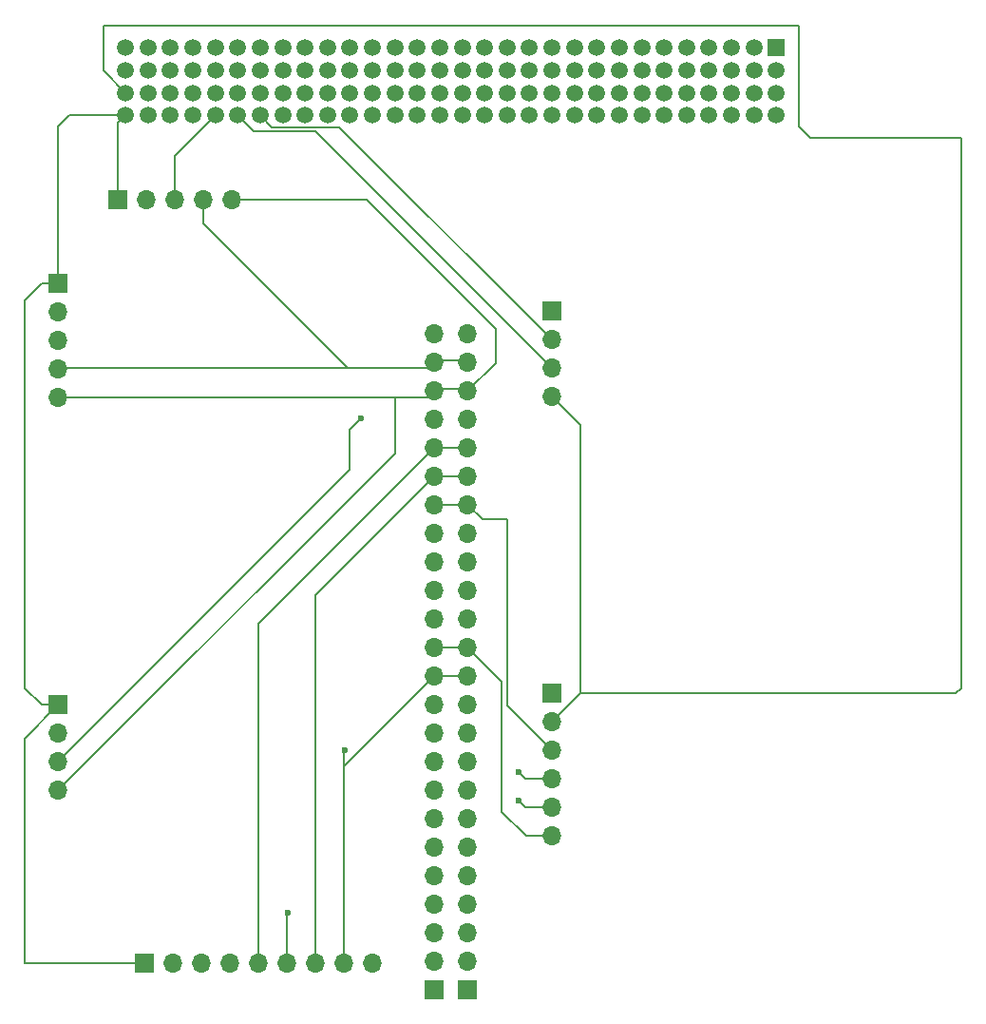
<source format=gbr>
%TF.GenerationSoftware,KiCad,Pcbnew,8.0.0*%
%TF.CreationDate,2025-01-17T03:21:02+02:00*%
%TF.ProjectId,diplomna_2024_sensors_pcb_layout,6469706c-6f6d-46e6-915f-323032345f73,rev?*%
%TF.SameCoordinates,Original*%
%TF.FileFunction,Copper,L1,Top*%
%TF.FilePolarity,Positive*%
%FSLAX46Y46*%
G04 Gerber Fmt 4.6, Leading zero omitted, Abs format (unit mm)*
G04 Created by KiCad (PCBNEW 8.0.0) date 2025-01-17 03:21:02*
%MOMM*%
%LPD*%
G01*
G04 APERTURE LIST*
%TA.AperFunction,ComponentPad*%
%ADD10R,1.700000X1.700000*%
%TD*%
%TA.AperFunction,ComponentPad*%
%ADD11O,1.700000X1.700000*%
%TD*%
%TA.AperFunction,ComponentPad*%
%ADD12R,1.500000X1.500000*%
%TD*%
%TA.AperFunction,ComponentPad*%
%ADD13C,1.500000*%
%TD*%
%TA.AperFunction,ViaPad*%
%ADD14C,0.600000*%
%TD*%
%TA.AperFunction,Conductor*%
%ADD15C,0.200000*%
%TD*%
G04 APERTURE END LIST*
D10*
%TO.P,REF\u002A\u002A,1*%
%TO.N,VIN*%
X174340000Y-68000000D03*
D11*
%TO.P,REF\u002A\u002A,2*%
%TO.N,GND*%
X176880000Y-68000000D03*
%TO.P,REF\u002A\u002A,3*%
%TO.N,SQW*%
X179420000Y-68000000D03*
%TO.P,REF\u002A\u002A,4*%
%TO.N,SCL*%
X181960000Y-68000000D03*
%TO.P,REF\u002A\u002A,5*%
%TO.N,SDA*%
X184500000Y-68000000D03*
%TD*%
D10*
%TO.P,REF\u002A\u002A,1*%
%TO.N,GND*%
X213000000Y-112000000D03*
D11*
%TO.P,REF\u002A\u002A,2*%
%TO.N,VIN*%
X213000000Y-114540000D03*
%TO.P,REF\u002A\u002A,3*%
%TO.N,miso*%
X213000000Y-117080000D03*
%TO.P,REF\u002A\u002A,4*%
%TO.N,mosi*%
X213000000Y-119620000D03*
%TO.P,REF\u002A\u002A,5*%
%TO.N,sck*%
X213000000Y-122160000D03*
%TO.P,REF\u002A\u002A,6*%
%TO.N,cs*%
X213000000Y-124700000D03*
%TD*%
D10*
%TO.P,REF\u002A\u002A,1*%
%TO.N,N/C*%
X202500000Y-138400000D03*
D11*
%TO.P,REF\u002A\u002A,2*%
X202500000Y-135860000D03*
%TO.P,REF\u002A\u002A,3*%
X202500000Y-133320000D03*
%TO.P,REF\u002A\u002A,4*%
X202500000Y-130780000D03*
%TO.P,REF\u002A\u002A,5*%
X202500000Y-128240000D03*
%TO.P,REF\u002A\u002A,6*%
X202500000Y-125700000D03*
%TO.P,REF\u002A\u002A,7*%
X202500000Y-123160000D03*
%TO.P,REF\u002A\u002A,8*%
X202500000Y-120620000D03*
%TO.P,REF\u002A\u002A,9*%
X202500000Y-118080000D03*
%TO.P,REF\u002A\u002A,10*%
X202500000Y-115540000D03*
%TO.P,REF\u002A\u002A,11*%
X202500000Y-113000000D03*
%TO.P,REF\u002A\u002A,12*%
%TO.N,cs*%
X202500000Y-110460000D03*
%TO.P,REF\u002A\u002A,13*%
X202500000Y-107920000D03*
%TO.P,REF\u002A\u002A,14*%
%TO.N,N/C*%
X202500000Y-105380000D03*
%TO.P,REF\u002A\u002A,15*%
X202500000Y-102840000D03*
%TO.P,REF\u002A\u002A,16*%
X202500000Y-100300000D03*
%TO.P,REF\u002A\u002A,17*%
X202500000Y-97760000D03*
%TO.P,REF\u002A\u002A,18*%
%TO.N,miso*%
X202500000Y-95220000D03*
%TO.P,REF\u002A\u002A,19*%
%TO.N,mosi*%
X202500000Y-92680000D03*
%TO.P,REF\u002A\u002A,20*%
%TO.N,sck*%
X202500000Y-90140000D03*
%TO.P,REF\u002A\u002A,21*%
%TO.N,N/C*%
X202500000Y-87600000D03*
%TO.P,REF\u002A\u002A,22*%
%TO.N,SDA*%
X202500000Y-85060000D03*
%TO.P,REF\u002A\u002A,23*%
%TO.N,SCL*%
X202500000Y-82520000D03*
%TO.P,REF\u002A\u002A,24*%
%TO.N,N/C*%
X202500000Y-79980000D03*
%TD*%
D10*
%TO.P,REF\u002A\u002A,1*%
%TO.N,VIN*%
X169000000Y-75460000D03*
D11*
%TO.P,REF\u002A\u002A,2*%
%TO.N,N/C*%
X169000000Y-78000000D03*
%TO.P,REF\u002A\u002A,3*%
%TO.N,GND*%
X169000000Y-80540000D03*
%TO.P,REF\u002A\u002A,4*%
%TO.N,SCL*%
X169000000Y-83080000D03*
%TO.P,REF\u002A\u002A,5*%
%TO.N,SDA*%
X169000000Y-85620000D03*
%TD*%
D10*
%TO.P,REF\u002A\u002A,1*%
%TO.N,N/C*%
X205500000Y-138400000D03*
D11*
%TO.P,REF\u002A\u002A,2*%
X205500000Y-135860000D03*
%TO.P,REF\u002A\u002A,3*%
X205500000Y-133320000D03*
%TO.P,REF\u002A\u002A,4*%
X205500000Y-130780000D03*
%TO.P,REF\u002A\u002A,5*%
X205500000Y-128240000D03*
%TO.P,REF\u002A\u002A,6*%
X205500000Y-125700000D03*
%TO.P,REF\u002A\u002A,7*%
X205500000Y-123160000D03*
%TO.P,REF\u002A\u002A,8*%
X205500000Y-120620000D03*
%TO.P,REF\u002A\u002A,9*%
X205500000Y-118080000D03*
%TO.P,REF\u002A\u002A,10*%
X205500000Y-115540000D03*
%TO.P,REF\u002A\u002A,11*%
X205500000Y-113000000D03*
%TO.P,REF\u002A\u002A,12*%
%TO.N,cs*%
X205500000Y-110460000D03*
%TO.P,REF\u002A\u002A,13*%
X205500000Y-107920000D03*
%TO.P,REF\u002A\u002A,14*%
%TO.N,N/C*%
X205500000Y-105380000D03*
%TO.P,REF\u002A\u002A,15*%
X205500000Y-102840000D03*
%TO.P,REF\u002A\u002A,16*%
X205500000Y-100300000D03*
%TO.P,REF\u002A\u002A,17*%
X205500000Y-97760000D03*
%TO.P,REF\u002A\u002A,18*%
%TO.N,miso*%
X205500000Y-95220000D03*
%TO.P,REF\u002A\u002A,19*%
%TO.N,mosi*%
X205500000Y-92680000D03*
%TO.P,REF\u002A\u002A,20*%
%TO.N,sck*%
X205500000Y-90140000D03*
%TO.P,REF\u002A\u002A,21*%
%TO.N,N/C*%
X205500000Y-87600000D03*
%TO.P,REF\u002A\u002A,22*%
%TO.N,SDA*%
X205500000Y-85060000D03*
%TO.P,REF\u002A\u002A,23*%
%TO.N,SCL*%
X205500000Y-82520000D03*
%TO.P,REF\u002A\u002A,24*%
%TO.N,N/C*%
X205500000Y-79980000D03*
%TD*%
D10*
%TO.P,REF\u002A\u002A,1*%
%TO.N,VIN*%
X176680000Y-136000000D03*
D11*
%TO.P,REF\u002A\u002A,2*%
%TO.N,GND*%
X179220000Y-136000000D03*
%TO.P,REF\u002A\u002A,3*%
%TO.N,EN*%
X181760000Y-136000000D03*
%TO.P,REF\u002A\u002A,4*%
%TO.N,N/C*%
X184300000Y-136000000D03*
%TO.P,REF\u002A\u002A,5*%
%TO.N,sck*%
X186840000Y-136000000D03*
%TO.P,REF\u002A\u002A,6*%
%TO.N,miso*%
X189380000Y-136000000D03*
%TO.P,REF\u002A\u002A,7*%
%TO.N,mosi*%
X191920000Y-136000000D03*
%TO.P,REF\u002A\u002A,8*%
%TO.N,cs*%
X194460000Y-136000000D03*
%TO.P,REF\u002A\u002A,9*%
%TO.N,RST*%
X197000000Y-136000000D03*
%TD*%
D10*
%TO.P,REF\u002A\u002A,1*%
%TO.N,VIN*%
X169000000Y-113000000D03*
D11*
%TO.P,REF\u002A\u002A,2*%
%TO.N,GND*%
X169000000Y-115540000D03*
%TO.P,REF\u002A\u002A,3*%
%TO.N,SCL*%
X169000000Y-118080000D03*
%TO.P,REF\u002A\u002A,4*%
%TO.N,SDA*%
X169000000Y-120620000D03*
%TD*%
D10*
%TO.P,REF\u002A\u002A,1*%
%TO.N,GND*%
X213000000Y-77960000D03*
D11*
%TO.P,REF\u002A\u002A,2*%
%TO.N,TX*%
X213000000Y-80500000D03*
%TO.P,REF\u002A\u002A,3*%
%TO.N,RX*%
X213000000Y-83040000D03*
%TO.P,REF\u002A\u002A,4*%
%TO.N,VIN*%
X213000000Y-85580000D03*
%TD*%
D12*
%TO.P,J\u002A\u002A,1*%
%TO.N,GND*%
X233000000Y-54500000D03*
D13*
%TO.P,J\u002A\u002A,2*%
X231000000Y-54500000D03*
%TO.P,J\u002A\u002A,3*%
%TO.N,N/C*%
X229000000Y-54500000D03*
%TO.P,J\u002A\u002A,4*%
X227000000Y-54500000D03*
%TO.P,J\u002A\u002A,5*%
X225000000Y-54500000D03*
%TO.P,J\u002A\u002A,6*%
X223000000Y-54500000D03*
%TO.P,J\u002A\u002A,7*%
X221000000Y-54500000D03*
%TO.P,J\u002A\u002A,8*%
X219000000Y-54500000D03*
%TO.P,J\u002A\u002A,9*%
X217000000Y-54500000D03*
%TO.P,J\u002A\u002A,10*%
X215000000Y-54500000D03*
%TO.P,J\u002A\u002A,11*%
X213000000Y-54500000D03*
%TO.P,J\u002A\u002A,12*%
X211000000Y-54500000D03*
%TO.P,J\u002A\u002A,13*%
X209000000Y-54500000D03*
%TO.P,J\u002A\u002A,14*%
X207000000Y-54500000D03*
%TO.P,J\u002A\u002A,15*%
X205000000Y-54500000D03*
%TO.P,J\u002A\u002A,16*%
X203000000Y-54500000D03*
%TO.P,J\u002A\u002A,17*%
X201000000Y-54500000D03*
%TO.P,J\u002A\u002A,18*%
X199000000Y-54500000D03*
%TO.P,J\u002A\u002A,19*%
X197000000Y-54500000D03*
%TO.P,J\u002A\u002A,20*%
X195000000Y-54500000D03*
%TO.P,J\u002A\u002A,21*%
X193000000Y-54500000D03*
%TO.P,J\u002A\u002A,22*%
X191000000Y-54500000D03*
%TO.P,J\u002A\u002A,23*%
X189000000Y-54500000D03*
%TO.P,J\u002A\u002A,24*%
X187000000Y-54500000D03*
%TO.P,J\u002A\u002A,25*%
X185000000Y-54500000D03*
%TO.P,J\u002A\u002A,26*%
X183000000Y-54500000D03*
%TO.P,J\u002A\u002A,27*%
X181000000Y-54500000D03*
%TO.P,J\u002A\u002A,28*%
X179000000Y-54500000D03*
%TO.P,J\u002A\u002A,29*%
X177000000Y-54500000D03*
%TO.P,J\u002A\u002A,30*%
%TO.N,GND*%
X175000000Y-54500000D03*
%TO.P,J\u002A\u002A,31*%
X233000000Y-56500000D03*
%TO.P,J\u002A\u002A,32*%
%TO.N,N/C*%
X231000000Y-56500000D03*
%TO.P,J\u002A\u002A,33*%
X229000000Y-56500000D03*
%TO.P,J\u002A\u002A,34*%
X227000000Y-56500000D03*
%TO.P,J\u002A\u002A,35*%
X225000000Y-56500000D03*
%TO.P,J\u002A\u002A,36*%
X223000000Y-56500000D03*
%TO.P,J\u002A\u002A,37*%
X221000000Y-56500000D03*
%TO.P,J\u002A\u002A,38*%
X219000000Y-56500000D03*
%TO.P,J\u002A\u002A,39*%
X217000000Y-56500000D03*
%TO.P,J\u002A\u002A,40*%
X215000000Y-56500000D03*
%TO.P,J\u002A\u002A,41*%
X213000000Y-56500000D03*
%TO.P,J\u002A\u002A,42*%
X211000000Y-56500000D03*
%TO.P,J\u002A\u002A,43*%
X209000000Y-56500000D03*
%TO.P,J\u002A\u002A,44*%
X207000000Y-56500000D03*
%TO.P,J\u002A\u002A,45*%
X205000000Y-56500000D03*
%TO.P,J\u002A\u002A,46*%
X203000000Y-56500000D03*
%TO.P,J\u002A\u002A,47*%
X201000000Y-56500000D03*
%TO.P,J\u002A\u002A,48*%
X199000000Y-56500000D03*
%TO.P,J\u002A\u002A,49*%
X197000000Y-56500000D03*
%TO.P,J\u002A\u002A,50*%
X195000000Y-56500000D03*
%TO.P,J\u002A\u002A,51*%
X193000000Y-56500000D03*
%TO.P,J\u002A\u002A,52*%
X191000000Y-56500000D03*
%TO.P,J\u002A\u002A,53*%
X189000000Y-56500000D03*
%TO.P,J\u002A\u002A,54*%
X187000000Y-56500000D03*
%TO.P,J\u002A\u002A,55*%
X185000000Y-56500000D03*
%TO.P,J\u002A\u002A,56*%
X183000000Y-56500000D03*
%TO.P,J\u002A\u002A,57*%
X181000000Y-56500000D03*
%TO.P,J\u002A\u002A,58*%
X179000000Y-56500000D03*
%TO.P,J\u002A\u002A,59*%
X177000000Y-56500000D03*
%TO.P,J\u002A\u002A,60*%
X175000000Y-56500000D03*
%TO.P,J\u002A\u002A,61*%
X233000000Y-58500000D03*
%TO.P,J\u002A\u002A,62*%
X231000000Y-58500000D03*
%TO.P,J\u002A\u002A,63*%
X229000000Y-58500000D03*
%TO.P,J\u002A\u002A,64*%
X227000000Y-58500000D03*
%TO.P,J\u002A\u002A,65*%
X225000000Y-58500000D03*
%TO.P,J\u002A\u002A,66*%
X223000000Y-58500000D03*
%TO.P,J\u002A\u002A,67*%
X221000000Y-58500000D03*
%TO.P,J\u002A\u002A,68*%
X219000000Y-58500000D03*
%TO.P,J\u002A\u002A,69*%
X217000000Y-58500000D03*
%TO.P,J\u002A\u002A,70*%
X215000000Y-58500000D03*
%TO.P,J\u002A\u002A,71*%
X213000000Y-58500000D03*
%TO.P,J\u002A\u002A,72*%
X211000000Y-58500000D03*
%TO.P,J\u002A\u002A,73*%
X209000000Y-58500000D03*
%TO.P,J\u002A\u002A,74*%
X207000000Y-58500000D03*
%TO.P,J\u002A\u002A,75*%
X205000000Y-58500000D03*
%TO.P,J\u002A\u002A,76*%
X203000000Y-58500000D03*
%TO.P,J\u002A\u002A,77*%
X201000000Y-58500000D03*
%TO.P,J\u002A\u002A,78*%
X199000000Y-58500000D03*
%TO.P,J\u002A\u002A,79*%
X197000000Y-58500000D03*
%TO.P,J\u002A\u002A,80*%
X195000000Y-58500000D03*
%TO.P,J\u002A\u002A,81*%
X193000000Y-58500000D03*
%TO.P,J\u002A\u002A,82*%
X191000000Y-58500000D03*
%TO.P,J\u002A\u002A,83*%
X189000000Y-58500000D03*
%TO.P,J\u002A\u002A,84*%
X187000000Y-58500000D03*
%TO.P,J\u002A\u002A,85*%
X185000000Y-58500000D03*
%TO.P,J\u002A\u002A,86*%
X183000000Y-58500000D03*
%TO.P,J\u002A\u002A,87*%
X181000000Y-58500000D03*
%TO.P,J\u002A\u002A,88*%
X179000000Y-58500000D03*
%TO.P,J\u002A\u002A,89*%
X177000000Y-58500000D03*
%TO.P,J\u002A\u002A,90*%
%TO.N,VIN*%
X175000000Y-58500000D03*
%TO.P,J\u002A\u002A,91*%
%TO.N,N/C*%
X233000000Y-60500000D03*
%TO.P,J\u002A\u002A,92*%
X231000000Y-60500000D03*
%TO.P,J\u002A\u002A,93*%
X229000000Y-60500000D03*
%TO.P,J\u002A\u002A,94*%
X227000000Y-60500000D03*
%TO.P,J\u002A\u002A,95*%
X225000000Y-60500000D03*
%TO.P,J\u002A\u002A,96*%
X223000000Y-60500000D03*
%TO.P,J\u002A\u002A,97*%
X221000000Y-60500000D03*
%TO.P,J\u002A\u002A,98*%
X219000000Y-60500000D03*
%TO.P,J\u002A\u002A,99*%
X217000000Y-60500000D03*
%TO.P,J\u002A\u002A,100*%
X215000000Y-60500000D03*
%TO.P,J\u002A\u002A,101*%
X213000000Y-60500000D03*
%TO.P,J\u002A\u002A,102*%
X211000000Y-60500000D03*
%TO.P,J\u002A\u002A,103*%
X209000000Y-60500000D03*
%TO.P,J\u002A\u002A,104*%
X207000000Y-60500000D03*
%TO.P,J\u002A\u002A,105*%
X205000000Y-60500000D03*
%TO.P,J\u002A\u002A,106*%
X203000000Y-60500000D03*
%TO.P,J\u002A\u002A,107*%
X201000000Y-60500000D03*
%TO.P,J\u002A\u002A,108*%
X199000000Y-60500000D03*
%TO.P,J\u002A\u002A,109*%
%TO.N,RST*%
X197000000Y-60500000D03*
%TO.P,J\u002A\u002A,110*%
%TO.N,cs*%
X195000000Y-60500000D03*
%TO.P,J\u002A\u002A,111*%
%TO.N,N/C*%
X193000000Y-60500000D03*
%TO.P,J\u002A\u002A,112*%
X191000000Y-60500000D03*
%TO.P,J\u002A\u002A,113*%
X189000000Y-60500000D03*
%TO.P,J\u002A\u002A,114*%
%TO.N,TX*%
X187000000Y-60500000D03*
%TO.P,J\u002A\u002A,115*%
%TO.N,RX*%
X185000000Y-60500000D03*
%TO.P,J\u002A\u002A,116*%
%TO.N,SQW*%
X183000000Y-60500000D03*
%TO.P,J\u002A\u002A,117*%
%TO.N,N/C*%
X181000000Y-60500000D03*
%TO.P,J\u002A\u002A,118*%
X179000000Y-60500000D03*
%TO.P,J\u002A\u002A,119*%
X177000000Y-60500000D03*
%TO.P,J\u002A\u002A,120*%
%TO.N,VIN*%
X175000000Y-60500000D03*
%TD*%
D14*
%TO.N,SCL*%
X196000000Y-87500000D03*
%TO.N,miso*%
X189500000Y-131500000D03*
%TO.N,mosi*%
X210000000Y-119000000D03*
%TO.N,cs*%
X194500000Y-117000000D03*
%TO.N,sck*%
X210000000Y-121500000D03*
%TD*%
D15*
%TO.N,*%
X215000000Y-60600000D02*
X215000000Y-60500000D01*
X202300000Y-102840000D02*
X202500000Y-102640000D01*
X202300000Y-100300000D02*
X202500000Y-100100000D01*
X180928000Y-60572000D02*
X181000000Y-60500000D01*
%TO.N,VIN*%
X167540000Y-75460000D02*
X166000000Y-77000000D01*
X174340000Y-68000000D02*
X174340000Y-61160000D01*
X236000000Y-62500000D02*
X249500000Y-62500000D01*
X176680000Y-136000000D02*
X166000000Y-136000000D01*
X170000000Y-60500000D02*
X169000000Y-61500000D01*
X175000000Y-60500000D02*
X170000000Y-60500000D01*
X166000000Y-136000000D02*
X166000000Y-116000000D01*
X169000000Y-61500000D02*
X169000000Y-75460000D01*
X215540000Y-112000000D02*
X215540000Y-88120000D01*
X173000000Y-56500000D02*
X173000000Y-52500000D01*
X215540000Y-112000000D02*
X213000000Y-114540000D01*
X174340000Y-61160000D02*
X175000000Y-60500000D01*
X215540000Y-88120000D02*
X213000000Y-85580000D01*
X167500000Y-113000000D02*
X169000000Y-113000000D01*
X249500000Y-62500000D02*
X249500000Y-111500000D01*
X249000000Y-112000000D02*
X215540000Y-112000000D01*
X173000000Y-52500000D02*
X235000000Y-52500000D01*
X175000000Y-58500000D02*
X173000000Y-56500000D01*
X166000000Y-111500000D02*
X167500000Y-113000000D01*
X166000000Y-116000000D02*
X169000000Y-113000000D01*
X169000000Y-75460000D02*
X167540000Y-75460000D01*
X235000000Y-52500000D02*
X235000000Y-61500000D01*
X249500000Y-111500000D02*
X249000000Y-112000000D01*
X166000000Y-77000000D02*
X166000000Y-111500000D01*
X235000000Y-61500000D02*
X236000000Y-62500000D01*
%TO.N,SCL*%
X205500000Y-82520000D02*
X205980000Y-83000000D01*
X181960000Y-68000000D02*
X181960000Y-70130000D01*
X195000000Y-88500000D02*
X195000000Y-92080000D01*
X205820000Y-82320000D02*
X205940000Y-82440000D01*
X194830000Y-83000000D02*
X202020000Y-83000000D01*
X202500000Y-82320000D02*
X205500000Y-82320000D01*
X169080000Y-83000000D02*
X194830000Y-83000000D01*
X202020000Y-83000000D02*
X202500000Y-82520000D01*
X202300000Y-82520000D02*
X202500000Y-82320000D01*
X169000000Y-83080000D02*
X169080000Y-83000000D01*
X181960000Y-70130000D02*
X194830000Y-83000000D01*
X205500000Y-82320000D02*
X205820000Y-82320000D01*
X195000000Y-92080000D02*
X169000000Y-118080000D01*
X196000000Y-87500000D02*
X195000000Y-88500000D01*
%TO.N,SDA*%
X199000000Y-90620000D02*
X199000000Y-85620000D01*
X199000000Y-85620000D02*
X201940000Y-85620000D01*
X202500000Y-84860000D02*
X205500000Y-84860000D01*
X208000000Y-79500000D02*
X208000000Y-82560000D01*
X169000000Y-120620000D02*
X199000000Y-90620000D01*
X184500000Y-68000000D02*
X196500000Y-68000000D01*
X208000000Y-82560000D02*
X205500000Y-85060000D01*
X196500000Y-68000000D02*
X208000000Y-79500000D01*
X168620000Y-121000000D02*
X169000000Y-120620000D01*
X169000000Y-85620000D02*
X199000000Y-85620000D01*
X205620000Y-84980000D02*
X205500000Y-84860000D01*
X201940000Y-85620000D02*
X202500000Y-85060000D01*
X205620000Y-85000000D02*
X205500000Y-84880000D01*
%TO.N,miso*%
X202300000Y-95220000D02*
X202500000Y-95020000D01*
X209000000Y-113080000D02*
X209000000Y-96500000D01*
X213000000Y-117080000D02*
X209000000Y-113080000D01*
X202500000Y-95220000D02*
X205500000Y-95220000D01*
X206780000Y-96500000D02*
X205500000Y-95220000D01*
X189380000Y-131620000D02*
X189500000Y-131500000D01*
X209000000Y-96500000D02*
X206780000Y-96500000D01*
X189380000Y-136000000D02*
X189380000Y-131620000D01*
%TO.N,mosi*%
X213000000Y-119620000D02*
X210620000Y-119620000D01*
X202500000Y-92680000D02*
X205500000Y-92680000D01*
X191920000Y-136000000D02*
X191920000Y-103260000D01*
X191920000Y-103260000D02*
X202500000Y-92680000D01*
X205620000Y-92600000D02*
X205500000Y-92480000D01*
X210620000Y-119620000D02*
X210000000Y-119000000D01*
%TO.N,cs*%
X194460000Y-118500000D02*
X194460000Y-136000000D01*
X194480000Y-117020000D02*
X194500000Y-117000000D01*
X202500000Y-110460000D02*
X194460000Y-118500000D01*
X205500000Y-110460000D02*
X202500000Y-110460000D01*
X208500000Y-122500000D02*
X208500000Y-110920000D01*
X210700000Y-124700000D02*
X208500000Y-122500000D01*
X205500000Y-107920000D02*
X202500000Y-107920000D01*
X194480000Y-118480000D02*
X194480000Y-117020000D01*
X213000000Y-124700000D02*
X210700000Y-124700000D01*
X194460000Y-118500000D02*
X194480000Y-118480000D01*
X208500000Y-110920000D02*
X205500000Y-107920000D01*
%TO.N,sck*%
X202500000Y-90140000D02*
X205500000Y-90140000D01*
X210660000Y-122160000D02*
X210000000Y-121500000D01*
X186840000Y-136000000D02*
X186840000Y-105800000D01*
X205940000Y-89940000D02*
X206060000Y-90060000D01*
X186840000Y-105800000D02*
X202500000Y-90140000D01*
X205500000Y-89940000D02*
X205940000Y-89940000D01*
X205620000Y-90060000D02*
X205500000Y-89940000D01*
X213000000Y-122160000D02*
X210660000Y-122160000D01*
X202300000Y-90140000D02*
X202500000Y-89940000D01*
%TO.N,TX*%
X194050000Y-61550000D02*
X188050000Y-61550000D01*
X213000000Y-80500000D02*
X194050000Y-61550000D01*
X188050000Y-61550000D02*
X187000000Y-60500000D01*
%TO.N,RX*%
X186450000Y-61950000D02*
X185000000Y-60500000D01*
X213000000Y-83040000D02*
X191910000Y-61950000D01*
X191910000Y-61950000D02*
X186450000Y-61950000D01*
%TO.N,SQW*%
X179420000Y-64080000D02*
X183000000Y-60500000D01*
X179420000Y-68000000D02*
X179420000Y-64080000D01*
%TD*%
M02*

</source>
